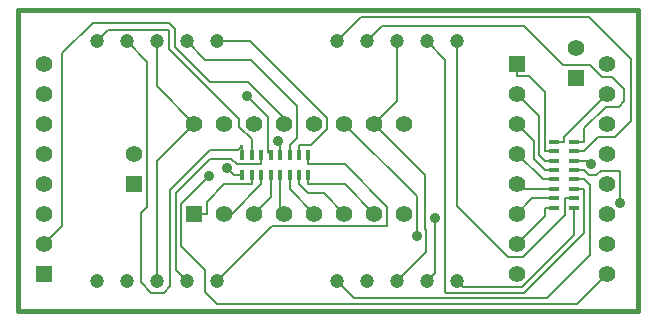
<source format=gbl>
G04 (created by PCBNEW-RS274X (2012-apr-16-27)-stable) date Thu 19 Jun 2014 09:24:34 AM PDT*
G01*
G70*
G90*
%MOIN*%
G04 Gerber Fmt 3.4, Leading zero omitted, Abs format*
%FSLAX34Y34*%
G04 APERTURE LIST*
%ADD10C,0.006000*%
%ADD11C,0.015000*%
%ADD12R,0.055000X0.055000*%
%ADD13C,0.055000*%
%ADD14C,0.047200*%
%ADD15R,0.017700X0.035400*%
%ADD16R,0.035400X0.017700*%
%ADD17C,0.035000*%
%ADD18C,0.008000*%
G04 APERTURE END LIST*
G54D10*
G54D11*
X25787Y-05709D02*
X05118Y-05709D01*
X25787Y-15748D02*
X25787Y-05709D01*
X05118Y-15748D02*
X25787Y-15748D01*
X05118Y-05709D02*
X05118Y-15748D01*
G54D12*
X06000Y-14500D03*
G54D13*
X06000Y-13500D03*
X06000Y-12500D03*
X06000Y-11500D03*
X06000Y-10500D03*
X06000Y-09500D03*
X06000Y-08500D03*
X06000Y-07500D03*
G54D12*
X09000Y-11500D03*
G54D13*
X09000Y-10500D03*
G54D12*
X21750Y-07500D03*
G54D13*
X21750Y-08500D03*
X21750Y-09500D03*
X21750Y-10500D03*
X21750Y-11500D03*
X21750Y-12500D03*
X21750Y-13500D03*
X21750Y-14500D03*
X24750Y-14500D03*
X24750Y-13500D03*
X24750Y-12500D03*
X24750Y-11500D03*
X24750Y-10500D03*
X24750Y-09500D03*
X24750Y-08500D03*
X24750Y-07500D03*
G54D12*
X11000Y-12500D03*
G54D13*
X12000Y-12500D03*
X13000Y-12500D03*
X14000Y-12500D03*
X15000Y-12500D03*
X16000Y-12500D03*
X17000Y-12500D03*
X18000Y-12500D03*
X18000Y-09500D03*
X17000Y-09500D03*
X16000Y-09500D03*
X15000Y-09500D03*
X14000Y-09500D03*
X13000Y-09500D03*
X12000Y-09500D03*
X11000Y-09500D03*
G54D14*
X15750Y-14750D03*
X16750Y-14750D03*
X17750Y-14750D03*
X18750Y-14750D03*
X19750Y-14750D03*
X15750Y-06750D03*
X16750Y-06750D03*
X17750Y-06750D03*
X18750Y-06750D03*
X19750Y-06750D03*
X07750Y-14750D03*
X08750Y-14750D03*
X09750Y-14750D03*
X10750Y-14750D03*
X11750Y-14750D03*
X07750Y-06750D03*
X08750Y-06750D03*
X09750Y-06750D03*
X10750Y-06750D03*
X11750Y-06750D03*
G54D15*
X12600Y-11200D03*
X12600Y-10531D03*
X12915Y-11200D03*
X13230Y-11200D03*
X13545Y-11200D03*
X13860Y-11200D03*
X14175Y-11200D03*
X14490Y-11200D03*
X14805Y-11200D03*
X12915Y-10531D03*
X13230Y-10531D03*
X13545Y-10531D03*
X13860Y-10531D03*
X14175Y-10531D03*
X14490Y-10531D03*
X14805Y-10531D03*
G54D16*
X23000Y-10100D03*
X23669Y-10100D03*
X23000Y-10415D03*
X23000Y-10730D03*
X23000Y-11045D03*
X23000Y-11360D03*
X23000Y-11675D03*
X23000Y-11990D03*
X23000Y-12305D03*
X23669Y-10415D03*
X23669Y-10730D03*
X23669Y-11045D03*
X23669Y-11360D03*
X23669Y-11675D03*
X23669Y-11990D03*
X23669Y-12305D03*
G54D12*
X23720Y-07980D03*
G54D13*
X23720Y-06980D03*
G54D17*
X24233Y-10838D03*
X19024Y-12636D03*
X25199Y-12160D03*
X11475Y-11259D03*
X12098Y-10992D03*
X13784Y-10072D03*
X12765Y-08573D03*
X18419Y-13247D03*
G54D18*
X10370Y-06942D02*
X10370Y-06360D01*
X14000Y-09500D02*
X14000Y-09323D01*
X14000Y-09323D02*
X12773Y-08096D01*
X12773Y-08096D02*
X11524Y-08096D01*
X11524Y-08096D02*
X10370Y-06942D01*
X10370Y-06360D02*
X10145Y-06135D01*
X10145Y-06135D02*
X07607Y-06135D01*
X07607Y-06135D02*
X06581Y-07161D01*
X06581Y-07161D02*
X06581Y-12919D01*
X06581Y-12919D02*
X06000Y-13500D01*
X23000Y-10730D02*
X22680Y-10730D01*
X22497Y-10547D02*
X22680Y-10730D01*
X22497Y-09247D02*
X22497Y-10547D01*
X21750Y-08500D02*
X22497Y-09247D01*
X16540Y-05960D02*
X15750Y-06750D01*
X23669Y-10415D02*
X23989Y-10415D01*
X23989Y-10415D02*
X24470Y-09934D01*
X24470Y-09934D02*
X25022Y-09934D01*
X25022Y-09934D02*
X25543Y-09413D01*
X25543Y-09413D02*
X25543Y-07358D01*
X25543Y-07358D02*
X24145Y-05960D01*
X24145Y-05960D02*
X16540Y-05960D01*
X23669Y-10730D02*
X24125Y-10730D01*
X19024Y-14476D02*
X18750Y-14750D01*
X19024Y-12636D02*
X19024Y-14476D01*
X24125Y-10730D02*
X24233Y-10838D01*
X23669Y-11045D02*
X23989Y-11045D01*
X23989Y-11045D02*
X24169Y-11225D01*
X24169Y-11225D02*
X24403Y-11225D01*
X24403Y-11225D02*
X24552Y-11076D01*
X24552Y-11076D02*
X25177Y-11076D01*
X25177Y-11076D02*
X25199Y-11098D01*
X25199Y-11098D02*
X25199Y-12160D01*
X24173Y-11534D02*
X24173Y-13888D01*
X23669Y-11360D02*
X23999Y-11360D01*
X23999Y-11360D02*
X24173Y-11534D01*
X24173Y-13888D02*
X22741Y-15320D01*
X22741Y-15320D02*
X16320Y-15320D01*
X16320Y-15320D02*
X15750Y-14750D01*
X23669Y-11675D02*
X23989Y-11675D01*
X19365Y-07365D02*
X18750Y-06750D01*
X19365Y-15115D02*
X19365Y-07365D01*
X19387Y-15137D02*
X19365Y-15115D01*
X21992Y-15137D02*
X19387Y-15137D01*
X23989Y-13140D02*
X21992Y-15137D01*
X23989Y-11675D02*
X23989Y-13140D01*
X19750Y-12247D02*
X19750Y-06750D01*
X23349Y-11990D02*
X23349Y-12553D01*
X23669Y-11990D02*
X23349Y-11990D01*
X21964Y-13938D02*
X21441Y-13938D01*
X21441Y-13938D02*
X19750Y-12247D01*
X23349Y-12553D02*
X21964Y-13938D01*
X23000Y-12305D02*
X22680Y-12305D01*
X22680Y-12570D02*
X22680Y-12305D01*
X21750Y-13500D02*
X22680Y-12570D01*
X22260Y-11990D02*
X23000Y-11990D01*
X21750Y-12500D02*
X22260Y-11990D01*
X21925Y-11675D02*
X21750Y-11500D01*
X23000Y-11675D02*
X21925Y-11675D01*
X22610Y-11360D02*
X21750Y-10500D01*
X23000Y-11360D02*
X22610Y-11360D01*
X23000Y-11045D02*
X22680Y-11045D01*
X22314Y-10679D02*
X22680Y-11045D01*
X22314Y-10064D02*
X22314Y-10679D01*
X21750Y-09500D02*
X22314Y-10064D01*
X23669Y-12305D02*
X23669Y-13199D01*
X23669Y-13199D02*
X21915Y-14953D01*
X21915Y-14953D02*
X19953Y-14953D01*
X19953Y-14953D02*
X19750Y-14750D01*
X24201Y-07546D02*
X24593Y-07938D01*
X23669Y-10100D02*
X23989Y-10100D01*
X16750Y-06750D02*
X17266Y-06234D01*
X17266Y-06234D02*
X21988Y-06234D01*
X21988Y-06234D02*
X23300Y-07546D01*
X23300Y-07546D02*
X24201Y-07546D01*
X24593Y-07938D02*
X24927Y-07938D01*
X24927Y-07938D02*
X25325Y-08336D01*
X25325Y-08336D02*
X25325Y-08751D01*
X25325Y-08751D02*
X25147Y-08929D01*
X25147Y-08929D02*
X24720Y-08929D01*
X24720Y-08929D02*
X23989Y-09660D01*
X23989Y-09660D02*
X23989Y-10100D01*
X22680Y-10415D02*
X22680Y-08430D01*
X21750Y-07500D02*
X21750Y-07918D01*
X23000Y-10415D02*
X22680Y-10415D01*
X22168Y-07918D02*
X21750Y-07918D01*
X22680Y-08430D02*
X22168Y-07918D01*
X23320Y-09930D02*
X24750Y-08500D01*
X23320Y-10100D02*
X23320Y-09930D01*
X23000Y-10100D02*
X23320Y-10100D01*
X11364Y-15107D02*
X11364Y-14365D01*
X24750Y-14500D02*
X23746Y-15504D01*
X23746Y-15504D02*
X11761Y-15504D01*
X11761Y-15504D02*
X11364Y-15107D01*
X11364Y-14365D02*
X10562Y-13563D01*
X10562Y-13563D02*
X10562Y-12172D01*
X10562Y-12172D02*
X11475Y-11259D01*
X13230Y-11200D02*
X13230Y-11521D01*
X12251Y-12500D02*
X12000Y-12500D01*
X13230Y-11521D02*
X12251Y-12500D01*
X13545Y-11955D02*
X13000Y-12500D01*
X13545Y-11200D02*
X13545Y-11955D01*
X13860Y-12360D02*
X14000Y-12500D01*
X13860Y-11200D02*
X13860Y-12360D01*
X14175Y-11675D02*
X15000Y-12500D01*
X14175Y-11200D02*
X14175Y-11675D01*
X15326Y-11826D02*
X16000Y-12500D01*
X14796Y-11826D02*
X15326Y-11826D01*
X14490Y-11520D02*
X14796Y-11826D01*
X14490Y-11200D02*
X14490Y-11520D01*
X16020Y-11520D02*
X17000Y-12500D01*
X14805Y-11520D02*
X16020Y-11520D01*
X14805Y-11200D02*
X14805Y-11520D01*
X12306Y-11200D02*
X12098Y-10992D01*
X12600Y-11200D02*
X12306Y-11200D01*
X13860Y-10148D02*
X13784Y-10072D01*
X13860Y-10531D02*
X13860Y-10148D01*
X13545Y-10531D02*
X13465Y-10451D01*
X13465Y-10451D02*
X13465Y-09273D01*
X13465Y-09273D02*
X12765Y-08573D01*
X13230Y-10531D02*
X13230Y-10851D01*
X12408Y-10851D02*
X13230Y-10851D01*
X12231Y-10674D02*
X12408Y-10851D01*
X11514Y-10674D02*
X12231Y-10674D01*
X10378Y-11810D02*
X11514Y-10674D01*
X10378Y-14378D02*
X10378Y-11810D01*
X10750Y-14750D02*
X10378Y-14378D01*
X12500Y-09333D02*
X12500Y-09603D01*
X10119Y-06370D02*
X10165Y-06416D01*
X08130Y-06370D02*
X10119Y-06370D01*
X07750Y-06750D02*
X08130Y-06370D01*
X10165Y-06416D02*
X10165Y-06998D01*
X12915Y-10018D02*
X12915Y-10531D01*
X12500Y-09603D02*
X12915Y-10018D01*
X10165Y-06998D02*
X12500Y-09333D01*
X08750Y-06750D02*
X09432Y-07432D01*
X09432Y-07432D02*
X09432Y-12272D01*
X09432Y-12272D02*
X09216Y-12488D01*
X09216Y-12488D02*
X09216Y-14779D01*
X09216Y-14779D02*
X09567Y-15130D01*
X09567Y-15130D02*
X09987Y-15130D01*
X09987Y-15130D02*
X10195Y-14922D01*
X10195Y-14922D02*
X10195Y-11715D01*
X12600Y-10531D02*
X12600Y-10211D01*
X12577Y-10211D02*
X12600Y-10211D01*
X12551Y-10237D02*
X12577Y-10211D01*
X12551Y-10288D02*
X12551Y-10237D01*
X10195Y-11715D02*
X11516Y-10394D01*
X11516Y-10394D02*
X12445Y-10394D01*
X12445Y-10394D02*
X12551Y-10288D01*
X14175Y-10531D02*
X14175Y-10211D01*
X11366Y-07366D02*
X10750Y-06750D01*
X12883Y-07366D02*
X11366Y-07366D01*
X14418Y-08901D02*
X12883Y-07366D01*
X14418Y-09968D02*
X14418Y-08901D01*
X14175Y-10211D02*
X14418Y-09968D01*
X12841Y-06750D02*
X11750Y-06750D01*
X15418Y-09327D02*
X12841Y-06750D01*
X15418Y-09673D02*
X15418Y-09327D01*
X14880Y-10211D02*
X15418Y-09673D01*
X14490Y-10211D02*
X14880Y-10211D01*
X14490Y-10531D02*
X14490Y-10211D01*
X11418Y-12500D02*
X11418Y-12104D01*
X11418Y-12104D02*
X12002Y-11520D01*
X12002Y-11520D02*
X12915Y-11520D01*
X12915Y-11200D02*
X12915Y-11520D01*
X11000Y-12500D02*
X11418Y-12500D01*
X14805Y-10531D02*
X14805Y-10851D01*
X13579Y-12921D02*
X11750Y-14750D01*
X17412Y-12921D02*
X13579Y-12921D01*
X17434Y-12899D02*
X17412Y-12921D01*
X17434Y-12262D02*
X17434Y-12899D01*
X16023Y-10851D02*
X17434Y-12262D01*
X14805Y-10851D02*
X16023Y-10851D01*
X17750Y-06750D02*
X17750Y-08750D01*
X17750Y-08750D02*
X17000Y-09500D01*
X17750Y-14750D02*
X18737Y-13763D01*
X18737Y-13763D02*
X18737Y-13049D01*
X18737Y-13049D02*
X18705Y-13017D01*
X18705Y-13017D02*
X18705Y-11205D01*
X18705Y-11205D02*
X17000Y-09500D01*
X09750Y-14750D02*
X09750Y-10750D01*
X09750Y-10750D02*
X11000Y-09500D01*
X09750Y-06750D02*
X09750Y-08250D01*
X09750Y-08250D02*
X11000Y-09500D01*
X16000Y-09500D02*
X18419Y-11919D01*
X18419Y-11919D02*
X18419Y-13247D01*
M02*

</source>
